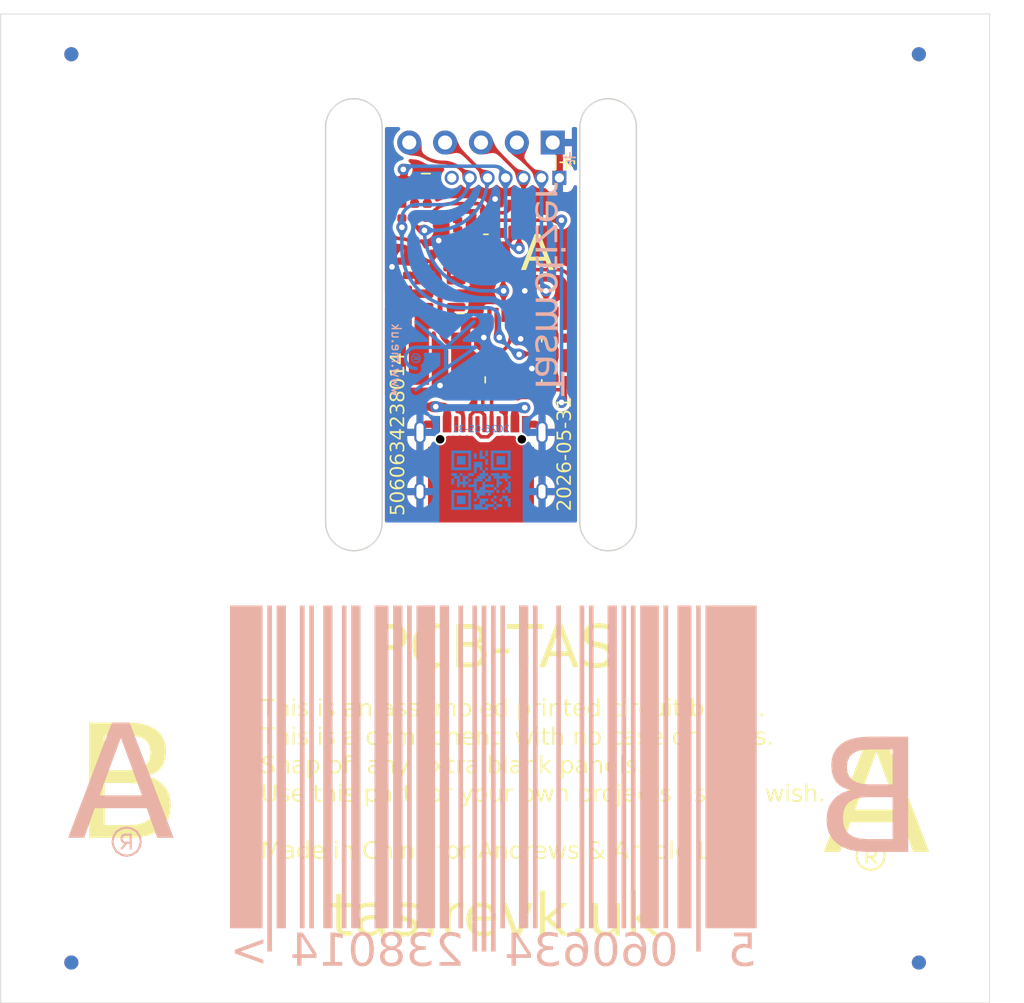
<source format=kicad_pcb>
(kicad_pcb (version 20221018) (generator pcbnew)
  (title_block (title "Tasmotizer") (rev "4") (company "Adrian Kennard, Andrews & Arnold Ltd") (comment 1 "toot.me.uk/@RevK") (comment 2 "www.me.uk"))
  (layers (0 "F.Cu" signal) (31 "B.Cu" signal) (34 "B.Paste" user) (35 "F.Paste" user) (36 "B.SilkS" user "B.Silkscreen") (37 "F.SilkS" user "F.Silkscreen") (38 "B.Mask" user) (39 "F.Mask" user) (44 "Edge.Cuts" user))
  (net 0 "")
  (net 1 "GND")
  (net 2 "VBUS")
  (net 3 "G")
  (net 4 "+3V3")
  (net 5 "GPIO0")
  (net 6 "R")
  (net 7 "RST")
  (net 8 "D-")
  (net 9 "D+")
  (net 10 "Net-(D5-RK)")
  (net 11 "Net-(D5-BK)")
  (net 13 "Net-(J3-CC1)")
  (net 15 "Net-(J3-CC2)")
  (net 17 "Net-(D5-GK)")
  (net 18 "Net-(Q1-G)")
  (net 19 "B")
  (footprint "RevK:R_0402" (layer "F.Cu") (at 135.6 57.5 -90)
    (fp_text reference "R2" hide)
    (fp_text value "5K1" hide)
    (pad "1" smd roundrect (at -0.5 0 270) (size 0.54 0.64) (layers "F.Cu" "F.Paste" "F.Mask") (net 1 "GND"))
    (pad "2" smd roundrect (at 0.5 0 270) (size 0.54 0.64) (layers "F.Cu" "F.Paste" "F.Mask") (net 15 "Net-(J3-CC2)"))
  )
  (footprint "RevK:PinHeader_1x05_P2.54mm_Right" (layer "F.Cu") (at 134 39.1 180)
    (fp_text reference "J1" hide)
    (fp_text value "Shelly 1" hide)
    (pad "1" thru_hole rect (at -5.08 0 90) (size 1.7 1.7) (drill 1) (layers "*.Cu" "*.Mask") (net 1 "GND"))
    (pad "2" thru_hole oval (at -2.54 0 90) (size 1.7 1.7) (drill 1) (layers "*.Cu" "*.Mask") (net 5 "GPIO0"))
    (pad "3" thru_hole oval (at 0 0 90) (size 1.7 1.7) (drill 1) (layers "*.Cu" "*.Mask") (net 19 "B"))
    (pad "4" thru_hole oval (at 2.54 0 90) (size 1.7 1.7) (drill 1) (layers "*.Cu" "*.Mask") (net 6 "R"))
    (pad "5" thru_hole circle (at 5.08 0 90) (size 1.7 1.7) (drill 1) (layers "*.Cu" "*.Mask") (net 3 "G"))
  )
  (footprint "RevK:USC16-TR" (layer "F.Cu") (at 134 61.5)
    (fp_text reference "J3" hide)
    (fp_text value "USB-C")
    (pad "" np_thru_hole circle (at -2.89 -1.39) (size 0.7 0.7) (drill 0.6) (layers "F.Mask"))
    (pad "" np_thru_hole circle (at 2.89 -1.39) (size 0.7 0.7) (drill 0.6) (layers "F.Mask"))
    (pad "A1" smd rect (at -3.2 -2.46) (size 0.6 1.14) (layers "F.Cu" "F.Paste" "F.Mask") (net 1 "GND"))
    (pad "A4" smd rect (at -2.4 -2.46) (size 0.6 1.14) (layers "F.Cu" "F.Paste" "F.Mask") (net 2 "VBUS"))
    (pad "A5" smd roundrect (at -1.25 -2.46) (size 0.3 1.14) (layers "F.Cu" "F.Paste" "F.Mask") (net 13 "Net-(J3-CC1)"))
    (pad "A6" smd roundrect (at -0.25 -2.46) (size 0.3 1.14) (layers "F.Cu" "F.Paste" "F.Mask") (net 9 "D+"))
    (pad "A7" smd roundrect (at 0.25 -2.46) (size 0.3 1.14) (layers "F.Cu" "F.Paste" "F.Mask") (net 8 "D-"))
    (pad "A8" smd roundrect (at 1.25 -2.46) (size 0.3 1.14) (layers "F.Cu" "F.Paste" "F.Mask"))
    (pad "A9" smd rect (at 2.4 -2.46) (size 0.6 1.14) (layers "F.Cu") (net 2 "VBUS"))
    (pad "A12" smd rect (at 3.2 -2.46) (size 0.6 1.14) (layers "F.Cu") (net 1 "GND"))
    (pad "B1" smd rect (at 3.2 -2.46) (size 0.6 1.14) (layers "F.Cu" "F.Paste" "F.Mask") (net 1 "GND"))
    (pad "B4" smd rect (at 2.4 -2.46) (size 0.6 1.14) (layers "F.Cu" "F.Paste" "F.Mask") (net 2 "VBUS"))
    (pad "B5" smd roundrect (at 1.75 -2.46) (size 0.3 1.14) (layers "F.Cu" "F.Paste" "F.Mask") (net 15 "Net-(J3-CC2)"))
    (pad "B6" smd roundrect (at 0.75 -2.46) (size 0.3 1.14) (layers "F.Cu" "F.Paste" "F.Mask") (net 9 "D+"))
    (pad "B7" smd roundrect (at -0.75 -2.46) (size 0.3 1.14) (layers "F.Cu" "F.Paste" "F.Mask") (net 8 "D-"))
    (pad "B8" smd roundrect (at -1.75 -2.46) (size 0.3 1.14) (layers "F.Cu" "F.Paste" "F.Mask"))
    (pad "B9" smd rect (at -2.4 -2.46) (size 0.6 1.14) (layers "F.Cu") (net 2 "VBUS"))
    (pad "B12" smd rect (at -3.2 -2.46) (size 0.6 1.14) (layers "F.Cu") (net 1 "GND"))
    (pad "S1" thru_hole oval (at -4.32 -1.88) (size 0.8 1.6) (drill oval 0.5 1.3) (layers "*.Cu" "F.Mask") (net 1 "GND"))
    (pad "S1" thru_hole oval (at -4.32 2.31) (size 0.8 1.3) (drill oval 0.5 1) (layers "*.Cu" "F.Mask") (net 1 "GND"))
    (pad "S1" smd rect (at 0 1.65) (size 7.5 5) (layers "F.Cu" "F.Mask") (net 1 "GND"))
    (pad "S1" thru_hole oval (at 4.32 -1.88) (size 0.8 1.6) (drill oval 0.5 1.3) (layers "*.Cu" "F.Mask") (net 1 "GND"))
    (pad "S1" thru_hole oval (at 4.32 2.31) (size 0.8 1.3) (drill oval 0.5 1) (layers "*.Cu" "F.Mask") (net 1 "GND"))
  )
  (footprint "RevK:R_0402" (layer "F.Cu") (at 132.5 57.5 90)
    (fp_text reference "R1" hide)
    (fp_text value "5K1" hide)
    (pad "1" smd roundrect (at -0.5 0 90) (size 0.54 0.64) (layers "F.Cu" "F.Paste" "F.Mask") (net 13 "Net-(J3-CC1)"))
    (pad "2" smd roundrect (at 0.5 0 90) (size 0.54 0.64) (layers "F.Cu" "F.Paste" "F.Mask") (net 1 "GND"))
  )
  (footprint "RevK:SOT-363_SC-70-6" (layer "F.Cu") (at 139.3 55 90)
    (fp_text reference "D1" hide)
    (fp_text value "BAV99S")
    (fp_line (start -0.9 -1) (end -1.2 -1) (stroke (width 0.12)) (layer "F.SilkS"))
    (pad "1" smd rect (at -0.95 -0.65 90) (size 0.65 0.4) (layers "F.Cu" "F.Paste" "F.Mask") (net 1 "GND"))
    (pad "2" smd rect (at -0.95 0 90) (size 0.65 0.4) (layers "F.Cu" "F.Paste" "F.Mask") (net 4 "+3V3"))
    (pad "3" smd rect (at -0.95 0.65 90) (size 0.65 0.4) (layers "F.Cu" "F.Paste" "F.Mask") (net 7 "RST"))
    (pad "4" smd rect (at 0.95 0.65 90) (size 0.65 0.4) (layers "F.Cu" "F.Paste" "F.Mask") (net 1 "GND"))
    (pad "5" smd rect (at 0.95 0 90) (size 0.65 0.4) (layers "F.Cu" "F.Paste" "F.Mask") (net 4 "+3V3"))
    (pad "6" smd rect (at 0.95 -0.65 90) (size 0.65 0.4) (layers "F.Cu" "F.Paste" "F.Mask") (net 3 "G"))
  )
  (footprint "RevK:SOT-363_SC-70-6" (layer "F.Cu") (at 139.3 52 90)
    (fp_text reference "D2" hide)
    (fp_text value "BAV99S")
    (fp_line (start -0.9 -1) (end -1.2 -1) (stroke (width 0.12)) (layer "F.SilkS"))
    (pad "1" smd rect (at -0.95 -0.65 90) (size 0.65 0.4) (layers "F.Cu" "F.Paste" "F.Mask") (net 1 "GND"))
    (pad "2" smd rect (at -0.95 0 90) (size 0.65 0.4) (layers "F.Cu" "F.Paste" "F.Mask") (net 4 "+3V3"))
    (pad "3" smd rect (at -0.95 0.65 90) (size 0.65 0.4) (layers "F.Cu" "F.Paste" "F.Mask") (net 6 "R"))
    (pad "4" smd rect (at 0.95 0.65 90) (size 0.65 0.4) (layers "F.Cu" "F.Paste" "F.Mask") (net 1 "GND"))
    (pad "5" smd rect (at 0.95 0 90) (size 0.65 0.4) (layers "F.Cu" "F.Paste" "F.Mask") (net 4 "+3V3"))
    (pad "6" smd rect (at 0.95 -0.65 90) (size 0.65 0.4) (layers "F.Cu" "F.Paste" "F.Mask") (net 5 "GPIO0"))
  )
  (footprint "RevK:SOT-323_SC-70" (layer "F.Cu") (at 136.1 44.5 -90)
    (fp_text reference "Q1" hide)
    (fp_text value "PMF170XP,115" hide)
    (pad "1" smd rect (at 1 0.65) (size 0.45 0.7) (layers "F.Cu" "F.Paste" "F.Mask") (net 18 "Net-(Q1-G)"))
    (pad "2" smd rect (at 1 -0.65) (size 0.45 0.7) (layers "F.Cu" "F.Paste" "F.Mask") (net 4 "+3V3"))
    (pad "3" smd rect (at -1 0) (size 0.45 0.7) (layers "F.Cu" "F.Paste" "F.Mask") (net 19 "B"))
  )
  (footprint "RevK:SOT-23-6-MD8942" (layer "F.Cu") (at 131.1 49.8)
    (fp_text reference "U1" hide)
    (fp_text value "MD8942")
    (fp_line (start 1.7 1.4) (end 1.2 1.4) (stroke (width 0.12)) (layer "F.SilkS"))
    (pad "1" smd rect (at 0.7625 1.5) (size 0.525 0.8) (layers "F.Cu"))
    (pad "1" smd roundrect (at 0.775 2) (size 0.8 0.95) (layers "F.Cu" "F.Paste" "F.Mask"))
    (pad "1" smd roundrect (at 1.1375 0.95) (size 1.325 0.6) (layers "F.Cu" "F.Paste" "F.Mask"))
    (pad "2" smd roundrect (at 1.1375 0) (size 1.325 0.6) (layers "F.Cu" "F.Paste" "F.Mask") (net 1 "GND"))
    (pad "2" smd rect (at 1.8 0) (size 0.8 0.6) (layers "F.Cu") (net 1 "GND"))
    (pad "2" smd roundrect (at 2.3 -0.3 270) (size 0.54 0.64) (layers "F.Cu" "F.Paste" "F.Mask") (net 1 "GND"))
    (pad "2" smd roundrect (at 2.5 0) (size 0.95 1.125) (layers "F.Cu") (net 1 "GND"))
    (pad "2" smd roundrect (at 2.5 0.525) (size 0.95 0.8) (layers "F.Cu" "F.Paste" "F.Mask") (net 1 "GND"))
    (pad "3" smd roundrect (at 0.5 -1.9) (size 0.54 0.64) (layers "F.Cu" "F.Paste" "F.Mask"))
    (pad "3" smd rect (at 0.625 -1.355) (size 0.29 0.89) (layers "F.Cu"))
    (pad "3" smd roundrect (at 1.1375 -0.95) (size 1.325 0.6) (layers "F.Cu" "F.Paste" "F.Mask"))
    (pad "3" smd custom (at 1.98 -1.3) (size 0.8 0.5) (layers "F.Cu") (options (clearance outline) (anchor rect)) (primitives (gr_arc (start -0.8 0.4) (mid -0.682843 0.117157) (end -0.4 0) (width 0.5))))
    (pad "3" smd roundrect (at 2.3 -1.3 270) (size 0.54 0.64) (layers "F.Cu" "F.Paste" "F.Mask"))
    (pad "4" smd roundrect (at -2.3 -1.3 90) (size 0.54 0.64) (layers "F.Cu" "F.Paste" "F.Mask"))
    (pad "4" smd custom (at -1.9 -1.3) (size 0.8 0.5) (layers "F.Cu") (options (clearance outline) (anchor rect)) (primitives (gr_arc (start 0.4 0) (mid 0.682843 0.117157) (end 0.8 0.4) (width 0.5))))
    (pad "4" smd roundrect (at -1.1375 -0.95) (size 1.325 0.6) (layers "F.Cu" "F.Paste" "F.Mask"))
    (pad "5" smd roundrect (at -2.5 0) (size 0.95 1.125) (layers "F.Cu") (net 2 "VBUS"))
    (pad "5" smd roundrect (at -2.5 0.525) (size 0.95 0.8) (layers "F.Cu" "F.Paste" "F.Mask") (net 2 "VBUS"))
    (pad "5" smd roundrect (at -2.3 -0.3 90) (size 0.54 0.64) (layers "F.Cu" "F.Paste" "F.Mask") (net 2 "VBUS"))
    (pad "5" smd rect (at -1.8 0) (size 0.8 0.6) (layers "F.Cu") (net 2 "VBUS"))
    (pad "5" smd roundrect (at -1.1375 0) (size 1.325 0.6) (layers "F.Cu" "F.Paste" "F.Mask") (net 2 "VBUS"))
    (pad "6" smd rect (at -1.5 4.6) (size 1.425 3.7) (layers "F.Cu" "F.Mask"))
    (pad "6" smd rect (at -1.3 1.975) (size 1 2) (layers "F.Cu"))
    (pad "6" smd roundrect (at -1.1375 0.95) (size 1.325 0.6) (layers "F.Cu" "F.Paste" "F.Mask"))
    (pad "6" smd roundrect (at -0.775 2) (size 0.8 0.95) (layers "F.Cu" "F.Paste" "F.Mask"))
    (pad "7" smd roundrect (at -2.5 2.075) (size 0.95 0.8) (layers "F.Cu" "F.Paste" "F.Mask") (net 1 "GND"))
    (pad "8" smd roundrect (at -0.5 -1.9) (size 0.54 0.64) (layers "F.Cu" "F.Paste" "F.Mask") (net 4 "+3V3"))
    (pad "8" smd custom (at 0 0.8) (size 0.35 3) (layers "F.Cu") (net 4 "+3V3") (options (clearance outline) (anchor rect)) (primitives (gr_arc (start -0.5 -2.71) (mid -0.129059 -2.154847) (end 0.001198 -1.5) (width 0.35)) (gr_arc (start 1.5 3) (mid 0.43934 2.56066) (end 0 1.5) (width 0.35))))
    (pad "8" smd rect (at 1.5 4.6) (size 1.425 3.7) (layers "F.Cu" "F.Mask") (net 4 "+3V3"))
    (pad "8" smd custom (at 1.8 3.6) (size 0.7 2) (layers "F.Cu") (net 4 "+3V3") (options (clearance outline) (anchor rect)) (primitives (gr_arc (start 0 -1) (mid 0.146447 -1.353553) (end 0.5 -1.5) (width 0.7))))
    (pad "8" smd roundrect (at 2.5 2.075) (size 0.95 0.8) (layers "F.Cu" "F.Paste" "F.Mask") (net 4 "+3V3"))
  )
  (footprint "RevK:R_0402" (layer "F.Cu") (at 129.3 43.95 -90)
    (fp_text reference "R11" hide)
    (fp_text value "680R" hide)
    (pad "1" smd roundrect (at -0.5 0 270) (size 0.54 0.64) (layers "F.Cu" "F.Paste" "F.Mask") (net 10 "Net-(D5-RK)"))
    (pad "2" smd roundrect (at 0.5 0 270) (size 0.54 0.64) (layers "F.Cu" "F.Paste" "F.Mask") (net 6 "R"))
  )
  (footprint "RevK:L_4x4_" (layer "F.Cu") (at 131.1 54.4)
    (fp_text reference "L2" hide)
    (fp_text value "10uH")
  )
  (footprint "RevK:C_0603_" (layer "F.Cu") (at 131.1 51.8)
    (fp_text reference "C7" hide)
    (fp_text value "100nF")
  )
  (footprint "RevK:R_0402" (layer "F.Cu") (at 137.6 51.6 -90)
    (fp_text reference "R8" hide)
    (fp_text value "4k7" hide)
    (pad "1" smd roundrect (at -0.5 0 270) (size 0.54 0.64) (layers "F.Cu" "F.Paste" "F.Mask") (net 5 "GPIO0"))
    (pad "2" smd roundrect (at 0.5 0 270) (size 0.54 0.64) (layers "F.Cu" "F.Paste" "F.Mask") (net 4 "+3V3"))
  )
  (footprint "RevK:CH340X" (layer "F.Cu") (at 135.6 53.5 90)
    (fp_text reference "U3" hide)
    (fp_text value "CH340X")
    (fp_line (start -2.6 -1.3) (end -2.2 -1.3) (stroke (width 0.12)) (layer "F.SilkS"))
    (pad "1" smd rect (at -2.2 -1 90) (size 1 0.3) (layers "F.Cu" "F.Paste" "F.Mask") (net 9 "D+"))
    (pad "2" smd rect (at -2.2 -0.5 90) (size 1 0.3) (layers "F.Cu" "F.Paste" "F.Mask") (net 8 "D-"))
    (pad "3" smd rect (at -2.2 0 90) (size 1 0.3) (layers "F.Cu" "F.Paste" "F.Mask") (net 1 "GND"))
    (pad "4" smd rect (at -2.2 0.5 90) (size 1 0.3) (layers "F.Cu" "F.Paste" "F.Mask") (net 7 "RST"))
    (pad "5" smd rect (at -2.2 1 90) (size 1 0.3) (layers "F.Cu" "F.Paste" "F.Mask") (net 1 "GND"))
    (pad "6" smd rect (at 2.2 1 90) (size 1 0.3) (layers "F.Cu" "F.Paste" "F.Mask") (net 5 "GPIO0"))
    (pad "7" smd rect (at 2.2 0.5 90) (size 1 0.3) (layers "F.Cu" "F.Paste" "F.Mask") (net 4 "+3V3"))
    (pad "8" smd rect (at 2.2 0 90) (size 1 0.3) (layers "F.Cu" "F.Paste" "F.Mask") (net 6 "R"))
    (pad "9" smd rect (at 2.2 -0.5 90) (size 1 0.3) (layers "F.Cu" "F.Paste" "F.Mask") (net 3 "G"))
    (pad "10" smd rect (at 2.2 -1 90) (size 1 0.3) (layers "F.Cu" "F.Paste" "F.Mask") (net 4 "+3V3"))
  )
  (footprint "Fiducial:Fiducial_1mm_Mask2mm" (layer "F.Cu") (at 165 32.85)
    (fp_text reference "FID2" hide)
    (fp_text value "Fiducial")
    (pad "" smd circle (at 0 0) (size 1 1) (layers "F.Cu" "F.Mask") (clearance 0.5))
  )
  (footprint "Fiducial:Fiducial_1mm_Mask2mm" (layer "F.Cu") (at 165 97.15)
    (fp_text reference "FID3" hide)
    (fp_text value "Fiducial")
    (pad "" smd circle (at 0 0) (size 1 1) (layers "F.Cu" "F.Mask") (clearance 0.5))
  )
  (footprint "Fiducial:Fiducial_1mm_Mask2mm" (layer "F.Cu") (at 105 97.15)
    (fp_text reference "FID4" hide)
    (fp_text value "Fiducial")
    (pad "" smd circle (at 0 0) (size 1 1) (layers "F.Cu" "F.Mask") (clearance 0.5))
  )
  (footprint "RevK:R_0402" (layer "F.Cu") (at 130.2 43.95 -90)
    (fp_text reference "R13" hide)
    (fp_text value "220R" hide)
    (pad "1" smd roundrect (at -0.5 0 270) (size 0.54 0.64) (layers "F.Cu" "F.Paste" "F.Mask") (net 11 "Net-(D5-BK)"))
    (pad "2" smd roundrect (at 0.5 0 270) (size 0.54 0.64) (layers "F.Cu" "F.Paste" "F.Mask") (net 19 "B"))
  )
  (footprint "RevK:C_0402" (layer "F.Cu") (at 129.3 47.5 180)
    (fp_text reference "C5" hide)
    (fp_text value "100nF" hide)
    (pad "1" smd roundrect (at -0.5 0 180) (size 0.54 0.64) (layers "F.Cu" "F.Paste" "F.Mask") (net 4 "+3V3"))
    (pad "2" smd roundrect (at 0.5 0 180) (size 0.54 0.64) (layers "F.Cu" "F.Paste" "F.Mask") (net 1 "GND"))
  )
  (footprint "RevK:LED-RGB-1.6x1.6" (layer "F.Cu") (at 129.3 42.2 180)
    (fp_text reference "D5" hide)
    (fp_text value "RGB")
    (fp_line (start -1.1 0.9) (end -0.5 0.9) (stroke (width 0.12)) (layer "F.SilkS"))
    (pad "1" smd rect (at -0.8 0.45 180) (size 0.8 0.55) (layers "F.Cu" "F.Paste" "F.Mask") (net 10 "Net-(D5-RK)"))
    (pad "2" smd rect (at -0.8 -0.45 180) (size 0.8 0.55) (layers "F.Cu" "F.Paste" "F.Mask") (net 11 "Net-(D5-BK)"))
    (pad "3" smd rect (at 0.8 -0.45 180) (size 0.8 0.55) (layers "F.Cu" "F.Paste" "F.Mask") (net 17 "Net-(D5-GK)"))
    (pad "4" smd rect (at 0.8 0.45 180) (size 0.8 0.55) (layers "F.Cu" "F.Paste" "F.Mask") (net 4 "+3V3"))
  )
  (footprint "Fiducial:Fiducial_1mm_Mask2mm" (layer "F.Cu") (at 105 32.85)
    (fp_text reference "FID1" hide)
    (fp_text value "Fiducial")
    (pad "" smd circle (at 0 0) (size 1 1) (layers "F.Cu" "F.Mask") (clearance 0.5))
  )
  (footprint "RevK:R_0402_" (layer "F.Cu") (at 133.4 49 -90)
    (fp_text reference "R4" hide)
    (fp_text value "40k2" hide)
  )
  (footprint "RevK:R_0402" (layer "F.Cu") (at 131.1 47)
    (fp_text reference "R9" hide)
    (fp_text value "10k" hide)
    (pad "1" smd roundrect (at -0.5 0) (size 0.54 0.64) (layers "F.Cu" "F.Paste" "F.Mask") (net 4 "+3V3"))
    (pad "2" smd roundrect (at 0.5 0) (size 0.54 0.64) (layers "F.Cu" "F.Paste" "F.Mask") (net 18 "Net-(Q1-G)"))
  )
  (footprint "RevK:C_0603_" (layer "F.Cu") (at 128.6 51.1 90)
    (fp_text reference "C1" hide)
    (fp_text value "10uF 50V")
  )
  (footprint "RevK:SOT-363_SC-70-6" (layer "F.Cu") (at 133.3 44.6 180)
    (fp_text reference "Q2" hide)
    (fp_text value "2N7002BKS")
    (fp_line (start -0.9 -1) (end -1.2 -1) (stroke (width 0.12)) (layer "F.SilkS"))
    (pad "1" smd rect (at -0.95 -0.65 180) (size 0.65 0.4) (layers "F.Cu" "F.Paste" "F.Mask") (net 1 "GND"))
    (pad "2" smd rect (at -0.95 0 180) (size 0.65 0.4) (layers "F.Cu" "F.Paste" "F.Mask") (net 7 "RST"))
    (pad "3" smd rect (at -0.95 0.65 180) (size 0.65 0.4) (layers "F.Cu" "F.Paste" "F.Mask") (net 19 "B"))
    (pad "4" smd rect (at 0.95 0.65 180) (size 0.65 0.4) (layers "F.Cu" "F.Paste" "F.Mask") (net 1 "GND"))
    (pad "5" smd rect (at 0.95 0 180) (size 0.65 0.4) (layers "F.Cu" "F.Paste" "F.Mask") (net 18 "Net-(Q1-G)"))
    (pad "6" smd rect (at 0.95 -0.65 180) (size 0.65 0.4) (layers "F.Cu" "F.Paste" "F.Mask") (net 18 "Net-(Q1-G)"))
  )
  (footprint "RevK:R_0402" (layer "F.Cu") (at 128.4 43.95 -90)
    (fp_text reference "R12" hide)
    (fp_text value "2K" hide)
    (pad "1" smd roundrect (at -0.5 0 270) (size 0.54 0.64) (layers "F.Cu" "F.Paste" "F.Mask") (net 17 "Net-(D5-GK)"))
    (pad "2" smd roundrect (at 0.5 0 270) (size 0.54 0.64) (layers "F.Cu" "F.Paste" "F.Mask") (net 3 "G"))
  )
  (footprint "RevK:C_0603_" (layer "F.Cu") (at 133.6 51.1 90)
    (fp_text reference "C6" hide)
    (fp_text value "10uF 6.3V")
  )
  (footprint "RevK:R_0402_" (layer "F.Cu") (at 128.8 49 90)
    (fp_text reference "R10" hide)
    (fp_text value "1M" hide)
  )
  (footprint "RevK:R_0402_" (layer "F.Cu") (at 131.1 47.9)
    (fp_text reference "R3" hide)
    (fp_text value "124k" hide)
  )
  (footprint "RevK:PinHeader_1x07_P1.27mm_Vertical" (layer "B.Cu") (at 135.74 41.6 90)
    (fp_text reference "J2" hide)
    (fp_text value "Conn_01x07")
    (pad "1" thru_hole rect (at 0 3.81 90) (size 1 1) (drill 0.65) (layers "*.Cu" "*.Mask") (net 1 "GND"))
    (pad "2" thru_hole oval (at 0 2.54 90) (size 1 1) (drill 0.65) (layers "*.Cu" "*.Mask") (net 5 "GPIO0"))
    (pad "3" thru_hole oval (at 0 1.27 90) (size 1 1) (drill 0.65) (layers "*.Cu" "*.Mask") (net 19 "B"))
    (pad "4" thru_hole oval (at 0 0 90) (size 1 1) (drill 0.65) (layers "*.Cu" "*.Mask") (net 4 "+3V3"))
    (pad "5" thru_hole oval (at 0 -1.27 90) (size 1 1) (drill 0.65) (layers "*.Cu" "*.Mask") (net 6 "R"))
    (pad "6" thru_hole oval (at 0 -2.54 90) (size 1 1) (drill 0.65) (layers "*.Cu" "*.Mask") (net 3 "G"))
    (pad "7" thru_hole oval (at 0 -3.81 90) (size 1 1) (drill 0.65) (layers "*.Cu" "*.Mask"))
  )
  (footprint "RevK:QR-TAS" (layer "B.Cu") (at 134 63)
    (fp_text reference "Art2" hide)
    (fp_text value "QR" hide)
    (fp_text user "${CURRENT_DATE}" (at 0 -3.6) (layer "B.Cu") (effects (font (size 0.5 0.5) (thickness 0.1)) (justify mirror)))
    (pad "-" smd rect (at -2 -1.3) (size 0.2 1.2) (layers "B.Cu") (clearance 0.2))
    (pad "-" smd rect (at -2 0.1) (size 0.2 0.4) (layers "B.Cu") (clearance 0.2))
    (pad "-" smd rect (at -2 1.5) (size 0.2 1.2) (layers "B.Cu") (clearance 0.2))
    (pad "-" smd rect (at -1.9 -0.4) (size 0.4 0.2) (layers "B.Cu") (clearance 0.2))
    (pad "-" smd rect (at -1.7 -0.2) (size 0.4 0.2) (layers "B.Cu") (clearance 0.2))
    (pad "-" smd rect (at -1.6 0.2) (size 0.2 0.6) (layers "B.Cu") (clearance 0.2))
    (pad "-" smd rect (at -1.4 -2) (size 1.4 0.2) (layers "B.Cu") (clearance 0.2))
    (pad "-" smd rect (at -1.4 -1.4) (size 0.6 0.6) (layers "B.Cu") (clearance 0.2))
    (pad "-" smd rect (at -1.4 -0.8) (size 1 0.2) (layers "B.Cu") (clearance 0.2))
    (pad "-" smd rect (at -1.4 -0.4) (size 0.2 0.2) (layers "B.Cu") (clearance 0.2))
    (pad "-" smd rect (at -1.4 0.2) (size 0.2 0.2) (layers "B.Cu") (clearance 0.2))
    (pad "-" smd rect (at -1.4 0.8) (size 1.4 0.2) (layers "B.Cu") (clearance 0.2))
    (pad "-" smd rect (at -1.4 1.4) (size 0.6 0.6) (layers "B.Cu") (clearance 0.2))
    (pad "-" smd rect (at -1.4 2) (size 1 0.2) (layers "B.Cu") (clearance 0.2))
    (pad "-" smd rect (at -1.2 0.2) (size 0.2 0.6) (layers "B.Cu") (clearance 0.2))
    (pad "-" smd rect (at -1.1 -0.2) (size 0.4 0.2) (layers "B.Cu") (clearance 0.2))
    (pad "-" smd rect (at -1 0.2) (size 0.2 0.2) (layers "B.Cu") (clearance 0.2))
    (pad "-" smd rect (at -0.8 -1.3) (size 0.2 1.2) (layers "B.Cu") (clearance 0.2))
    (pad "-" smd rect (at -0.8 0) (size 0.2 0.2) (layers "B.Cu") (clearance 0.2))
    (pad "-" smd rect (at -0.8 1.5) (size 0.2 1.2) (layers "B.Cu") (clearance 0.2))
    (pad "-" smd rect (at -0.7 -0.4) (size 0.4 0.2) (layers "B.Cu") (clearance 0.2))
    (pad "-" smd rect (at -0.7 0.4) (size 0.4 0.2) (layers "B.Cu") (clearance 0.2))
    (pad "-" smd rect (at -0.4 -1.7) (size 0.2 0.4) (layers "B.Cu") (clearance 0.2))
    (pad "-" smd rect (at -0.4 -0.7) (size 0.2 0.4) (layers "B.Cu") (clearance 0.2))
    (pad "-" smd rect (at -0.4 0.4) (size 0.2 1) (layers "B.Cu") (clearance 0.2))
    (pad "-" smd rect (at -0.4 1.4) (size 0.2 0.2) (layers "B.Cu") (clearance 0.2))
    (pad "-" smd rect (at -0.2 -1.1) (size 0.6 0.4) (layers "B.Cu") (clearance 0.2))
    (pad "-" smd rect (at -0.2 -0.1) (size 0.2 0.4) (layers "B.Cu") (clearance 0.2))
    (pad "-" smd rect (at -0.2 1) (size 0.2 0.6) (layers "B.Cu") (clearance 0.2))
    (pad "-" smd rect (at -0.2 1.9) (size 0.6 0.4) (layers "B.Cu") (clearance 0.2))
    (pad "-" smd rect (at 0 -1.8) (size 0.2 0.6) (layers "B.Cu") (clearance 0.2))
    (pad "-" smd rect (at 0 -0.8) (size 0.2 0.2) (layers "B.Cu") (clearance 0.2))
    (pad "-" smd rect (at 0 -0.2) (size 0.2 0.6) (layers "B.Cu") (clearance 0.2))
    (pad "-" smd rect (at 0 0.8) (size 0.2 0.6) (layers "B.Cu") (clearance 0.2))
    (pad "-" smd rect (at 0.1 1.6) (size 0.4 0.2) (layers "B.Cu") (clearance 0.2))
    (pad "-" smd rect (at 0.2 -1.6) (size 0.2 0.2) (layers "B.Cu") (clearance 0.2))
    (pad "-" smd rect (at 0.2 -0.4) (size 0.2 0.6) (layers "B.Cu") (clearance 0.2))
    (pad "-" smd rect (at 0.2 0.6) (size 0.2 1) (layers "B.Cu") (clearance 0.2))
    (pad "-" smd rect (at 0.2 1.4) (size 0.6 0.2) (layers "B.Cu") (clearance 0.2))
    (pad "-" smd rect (at 0.3 2) (size 0.4 0.2) (layers "B.Cu") (clearance 0.2))
    (pad "-" smd rect (at 0.4 -1.9) (size 0.2 0.4) (layers "B.Cu") (clearance 0.2))
    (pad "-" smd rect (at 0.4 -1.3) (size 0.2 0.4) (layers "B.Cu") (clearance 0.2))
    (pad "-" smd rect (at 0.4 -0.8) (size 0.2 0.2) (layers "B.Cu") (clearance 0.2))
    (pad "-" smd rect (at 0.4 -0.4) (size 0.2 0.2) (layers "B.Cu") (clearance 0.2))
    (pad "-" smd rect (at 0.4 0) (size 0.2 0.2) (layers "B.Cu") (clearance 0.2))
    (pad "-" smd rect (at 0.6 -0.1) (size 0.2 0.4) (layers "B.Cu") (clearance 0.2))
    (pad "-" smd rect (at 0.6 0.4) (size 0.6 0.2) (layers "B.Cu") (clearance 0.2))
    (pad "-" smd rect (at 0.6 0.8) (size 0.6 0.2) (layers "B.Cu") (clearance 0.2))
    (pad "-" smd rect (at 0.6 1) (size 0.2 0.2) (layers "B.Cu") (clearance 0.2))
    (pad "-" smd rect (at 0.6 1.8) (size 0.6 0.2) (layers "B.Cu") (clearance 0.2))
    (pad "-" smd rect (at 0.8 -1.3) (size 0.2 1.2) (layers "B.Cu") (clearance 0.2))
    (pad "-" smd rect (at 0.8 1.4) (size 0.2 0.2) (layers "B.Cu") (clearance 0.2))
    (pad "-" smd rect (at 1 -0.4) (size 0.6 0.2) (layers "B.Cu") (clearance 0.2))
    (pad "-" smd rect (at 1 0.6) (size 0.2 0.2) (layers "B.Cu") (clearance 0.2))
    (pad "-" smd rect (at 1 1.2) (size 0.2 0.2) (layers "B.Cu") (clearance 0.2))
    (pad "-" smd rect (at 1 1.6) (size 0.2 0.2) (layers "B.Cu") (clearance 0.2))
    (pad "-" smd rect (at 1 2) (size 0.2 0.2) (layers "B.Cu") (clearance 0.2))
    (pad "-" smd rect (at 1.2 -0.2) (size 0.6 0.2) (layers "B.Cu") (clearance 0.2))
    (pad "-" smd rect (at 1.2 0.2) (size 0.2 0.6) (layers "B.Cu") (clearance 0.2))
    (pad "-" smd rect (at 1.2 0.8) (size 0.2 0.2) (layers "B.Cu") (clearance 0.2))
    (pad "-" smd rect (at 1.3 1.8) (size 0.4 0.2) (layers "B.Cu") (clearance 0.2))
    (pad "-" smd rect (at 1.4 -2) (size 1.4 0.2) (layers "B.Cu") (clearance 0.2))
    (pad "-" smd rect (at 1.4 -1.4) (size 0.6 0.6) (layers "B.Cu") (clearance 0.2))
    (pad "-" smd rect (at 1.4 -0.8) (size 1 0.2) (layers "B.Cu") (clearance 0.2))
    (pad "-" smd rect (at 1.4 0.2) (size 0.2 0.2) (layers "B.Cu") (clearance 0.2))
    (pad "-" smd rect (at 1.4 1.4) (size 0.2 0.2) (layers "B.Cu") (clearance 0.2))
    (pad "-" smd rect (at 1.6 0.8) (size 0.2 0.2) (layers "B.Cu") (clearance 0.2))
    (pad "-" smd rect (at 1.7 -0.3) (size 0.4 0.4) (layers "B.Cu") (clearance 0.2))
    (pad "-" smd rect (at 1.7 1.2) (size 0.4 0.2) (layers "B.Cu") (clearance 0.2))
    (pad "-" smd rect (at 1.8 0) (size 0.2 0.2) (layers "B.Cu") (clearance 0.2))
    (pad "-" smd rect (at 1.8 0.6) (size 0.2 0.2) (layers "B.Cu") (clearance 0.2))
    (pad "-" smd rect (at 1.9 1.4) (size 0.4 0.2) (layers "B.Cu") (clearance 0.2))
    (pad "-" smd rect (at 2 -1.3) (size 0.2 1.2) (layers "B.Cu") (clearance 0.2))
    (pad "-" smd rect (at 2 -0.2) (size 0.2 0.2) (layers "B.Cu") (clearance 0.2))
    (pad "-" smd rect (at 2 0.5) (size 0.2 0.8) (layers "B.Cu") (clearance 0.2))
    (pad "-" smd rect (at 2 1.7) (size 0.2 0.4) (layers "B.Cu") (clearance 0.2))
    (zone (net 0) (net_name "") (layer "B.Cu") (connect_pads (clearance 0)) (min_thickness 0.254)
      (keepout (tracks not_allowed) (vias not_allowed) (pads allowed) (copperpour not_allowed) (footprints not_allowed))
      (fill (thermal_gap 0.508) (thermal_bridge_width 0.508))
      (polygon (pts (xy 136.95 58.65) (xy 131.05 58.65) (xy 131.05 65.95) (xy 136.95 65.95)))
    )
  )
  (footprint "Fiducial:Fiducial_1mm_Mask2mm" (layer "B.Cu") (at 105 97.15 180)
    (fp_text reference "FID5" hide)
    (fp_text value "Fiducial")
    (pad "" smd circle (at 0 0 180) (size 1 1) (layers "B.Cu" "B.Mask") (clearance 0.5))
  )
  (footprint "RevK:AJK" (layer "B.Cu") (at 131.5 53.6 90)
    (fp_text reference "Art1" hide)
    (fp_text value "AJK" hide)
    (fp_text user "www.me.uk" (at -0.9 -3.5 270 unlocked) (layer "B.SilkS") (effects (font (size 0.65 0.65) (thickness 0.1)) (justify mirror)))
    (fp_line (start -0.85 -2.11) (end -0.75 -2.11) (stroke (width 0.08)) (layer "B.Cu"))
    (fp_line (start -0.85 -1.95) (end -0.85 -2.25) (stroke (width 0.08)) (layer "B.Cu"))
    (fp_line (start -0.85 -1.95) (end -0.75 -1.95) (stroke (width 0.08)) (layer "B.Cu"))
    (fp_line (start -0.75 -2.11) (end -0.65 -2.25) (stroke (width 0.08)) (layer "B.Cu"))
    (fp_line (start 0 0) (end -1.5 0) (stroke (width 0.25)) (layer "B.Cu"))
    (fp_line (start 0 0) (end 1.8 -2.1) (stroke (width 0.25)) (layer "B.Cu"))
    (fp_line (start 0 2.1) (end -3 -2.1) (stroke (width 0.25)) (layer "B.Cu"))
    (fp_line (start 0 2.1) (end 0 -2.1) (stroke (width 0.25)) (layer "B.Cu"))
    (fp_line (start 1.8 2) (end 0 0) (stroke (width 0.25)) (layer "B.Cu"))
    (fp_arc (start -1.5 -2.1) (mid -0.75 -2.85) (end 0 -2.1) (stroke (width 0.25)) (layer "B.Cu"))
    (fp_arc (start -0.75 -2.11) (mid -0.67 -2.03) (end -0.75 -1.95) (stroke (width 0.08)) (layer "B.Cu"))
    (fp_circle (center -0.77 -2.11) (end -0.47 -2.11) (stroke (width 0.08)) (fill none) (layer "B.Cu"))
  )
  (footprint "Fiducial:Fiducial_1mm_Mask2mm" (layer "B.Cu") (at 105 32.85 180)
    (fp_text reference "FID7" hide)
    (fp_text value "Fiducial")
    (pad "" smd circle (at 0 0 180) (size 1 1) (layers "B.Cu" "B.Mask") (clearance 0.5))
  )
  (footprint "RevK:EAN-5060634238014" (layer "B.Cu") (at 153.52 71.875 180)
    (fp_text reference "U2" hide)
    (fp_text value "Barcode" hide)
    (fp_text user "060634" (at 11.71 -25.9 -360) (layer "B.SilkS") (effects (font (size 2.31 2.31) (thickness 0.1)) (justify bottom mirror)))
    (fp_text user "5" (at 0 -25.9 -360) (layer "B.SilkS") (effects (font (size 2.31 2.31) (thickness 0.1)) (justify left bottom mirror)))
    (fp_text user ">" (at 37.29 -25.9 -360) (layer "B.SilkS") (effects (font (size 2.31 2.31) (thickness 0.1)) (justify right bottom mirror)))
    (fp_text user "238014" (at 26.89 -25.9 -360) (layer "B.SilkS") (effects (font (size 2.31 2.31) (thickness 0.1)) (justify bottom mirror)))
    (fp_rect (start 0 0) (end 3.63 -22.85) (fill solid) (layer "B.SilkS"))
    (fp_rect (start 3.96 0) (end 4.29 -24.5) (fill solid) (layer "B.SilkS"))
    (fp_rect (start 4.62 0) (end 5.61 -22.85) (fill solid) (layer "B.SilkS"))
    (fp_rect (start 6.27 0) (end 6.6 -22.85) (fill solid) (layer "B.SilkS"))
    (fp_rect (start 6.93 0) (end 8.25 -22.85) (fill solid) (layer "B.SilkS"))
    (fp_rect (start 8.58 0) (end 8.91 -22.85) (fill solid) (layer "B.SilkS"))
    (fp_rect (start 9.24 0) (end 9.57 -22.85) (fill solid) (layer "B.SilkS"))
    (fp_rect (start 9.9 0) (end 10.56 -22.85) (fill solid) (layer "B.SilkS"))
    (fp_rect (start 11.55 0) (end 11.88 -22.85) (fill solid) (layer "B.SilkS"))
    (fp_rect (start 12.21 0) (end 12.54 -22.85) (fill solid) (layer "B.SilkS"))
    (fp_rect (start 13.86 0) (end 14.19 -22.85) (fill solid) (layer "B.SilkS"))
    (fp_rect (start 15.51 0) (end 15.84 -22.85) (fill solid) (layer "B.SilkS"))
    (fp_rect (start 16.17 0) (end 16.83 -22.85) (fill solid) (layer "B.SilkS"))
    (fp_rect (start 17.82 0) (end 18.15 -22.85) (fill solid) (layer "B.SilkS"))
    (fp_rect (start 18.48 0) (end 18.81 -24.5) (fill solid) (layer "B.SilkS"))
    (fp_rect (start 19.14 0) (end 19.47 -24.5) (fill solid) (layer "B.SilkS"))
    (fp_rect (start 19.8 0) (end 20.13 -24.5) (fill solid) (layer "B.SilkS"))
    (fp_rect (start 20.79 0) (end 21.12 -22.85) (fill solid) (layer "B.SilkS"))
    (fp_rect (start 21.78 0) (end 22.44 -22.85) (fill solid) (layer "B.SilkS"))
    (fp_rect (start 22.77 0) (end 24.09 -22.85) (fill solid) (layer "B.SilkS"))
    (fp_rect (start 24.42 0) (end 24.75 -22.85) (fill solid) (layer "B.SilkS"))
    (fp_rect (start 25.08 0) (end 25.74 -22.85) (fill solid) (layer "B.SilkS"))
    (fp_rect (start 26.07 0) (end 27.06 -22.85) (fill solid) (layer "B.SilkS"))
    (fp_rect (start 28.05 0) (end 28.71 -22.85) (fill solid) (layer "B.SilkS"))
    (fp_rect (start 29.04 0) (end 29.37 -22.85) (fill solid) (layer "B.SilkS"))
    (fp_rect (start 30.03 0) (end 30.69 -22.85) (fill solid) (layer "B.SilkS"))
    (fp_rect (start 31.35 0) (end 31.68 -22.85) (fill solid) (layer "B.SilkS"))
    (fp_rect (start 32.01 0) (end 32.34 -22.85) (fill solid) (layer "B.SilkS"))
    (fp_rect (start 33.33 0) (end 33.99 -22.85) (fill solid) (layer "B.SilkS"))
    (fp_rect (start 34.32 0) (end 34.65 -24.5) (fill solid) (layer "B.SilkS"))
    (fp_rect (start 34.98 0) (end 37.29 -22.85) (fill solid) (layer "B.SilkS"))
  )
  (footprint "Fiducial:Fiducial_1mm_Mask2mm" (layer "B.Cu") (at 165 32.85 180)
    (fp_text reference "FID8" hide)
    (fp_text value "Fiducial")
    (pad "" smd circle (at 0 0 180) (size 1 1) (layers "B.Cu" "B.Mask") (clearance 0.5))
  )
  (footprint "Fiducial:Fiducial_1mm_Mask2mm" (layer "B.Cu") (at 165 97.15 180)
    (fp_text reference "FID6" hide)
    (fp_text value "Fiducial")
    (pad "" smd circle (at 0 0 180) (size 1 1) (layers "B.Cu" "B.Mask") (clearance 0.5))
  )
  (gr_line (start 139.3 40.05) (end 139.3 41) (stroke (width 0.12)) (layer "F.SilkS"))
  (gr_line (start 145 66) (end 145 38) (stroke (width 0.1)) (layer "Edge.Cuts"))
  (gr_line (start 123 66) (end 123 38) (stroke (width 0.1)) (layer "Edge.Cuts"))
  (gr_line (start 170 100) (end 170 30) (stroke (width 0.05)) (layer "Edge.Cuts"))
  (gr_line (start 100 30) (end 100 100) (stroke (width 0.05)) (layer "Edge.Cuts"))
  (gr_arc (start 123 38) (mid 125 36) (end 127 38) (stroke (width 0.1)) (layer "Edge.Cuts"))
  (gr_arc (start 145 66) (mid 143 68) (end 141 66) (stroke (width 0.1)) (layer "Edge.Cuts"))
  (gr_line (start 170 30) (end 100 30) (stroke (width 0.05)) (layer "Edge.Cuts"))
  (gr_line (start 127 66) (end 127 38) (stroke (width 0.1)) (layer "Edge.Cuts"))
  (gr_arc (start 127 66) (mid 125 68) (end 123 66) (stroke (width 0.1)) (layer "Edge.Cuts"))
  (gr_line (start 100 100) (end 170 100) (stroke (width 0.05)) (layer "Edge.Cuts"))
  (gr_line (start 141 66) (end 141 38) (stroke (width 0.1)) (layer "Edge.Cuts"))
  (gr_arc (start 141 38) (mid 143 36) (end 145 38) (stroke (width 0.1)) (layer "Edge.Cuts"))
  (gr_text "B" (at 161.5 86) (layer "B.SilkS") (effects (font (size 8 8)) (justify mirror)))
  (gr_text "A" (at 108.5 85) (layer "B.SilkS") (effects (font (size 8 8)) (justify mirror)))
  (gr_text "⏚" (at 140.3 40.25) (layer "B.SilkS") (effects (font (size 0.8 0.8) (thickness 0.12)) (justify mirror)))
  (gr_text "®" (at 110.3 89.5) (layer "B.SilkS") (effects (font (size 1.5 1.5)) (justify left bottom mirror)))
  (gr_text "Tasmotizer" (at 138.7 49.5 -90) (layer "B.SilkS") (effects (font (size 2 2)) (justify mirror)))
  (gr_text "⏚" (at 140.15 40.5 90) (layer "F.SilkS") (effects (font (size 1 1) (thickness 0.12))))
  (gr_text "A" (at 162 86) (layer "F.SilkS") (effects (font (size 8 8))))
  (gr_text "PCB-TAS" (at 135 75) (layer "F.SilkS") (effects (font (size 3 3))))
  (gr_text "tas.revk.uk" (at 135 94) (layer "F.SilkS") (effects (font (size 3 3))))
  (gr_text "B" (at 109 85) (layer "F.SilkS") (effects (font (size 8 8))))
  (gr_text "${CURRENT_DATE}" (at 139.95 61.15 90) (layer "F.SilkS") (effects (font (size 1 1))))
  (gr_text "®" (at 160.2 90.5) (layer "F.SilkS") (effects (font (size 1.5 1.5)) (justify left bottom)))
  (gr_text "This is an assembled printed circuit board.\nThis is a component, with no case or leads.\nSnap off any extra blank panels.\nUse this part for your own projects as you wish.\n\nMade in China for Andrews & Arnold Ltd." (at 118.414584 90) (layer "F.SilkS") (effects (font (size 1.2 1.2)) (justify left bottom)))
  (gr_text "5060634238014" (at 128.15 59.75 90) (layer "F.SilkS") (effects (font (size 1 1))))
  (gr_text "A" (at 136.8 48.55) (layer "F.SilkS") (effects (font (size 2.5 2.5)) (justify left bottom)))
  (segment (start 132.35 43.95) (end 132.326623 43.973377) (width 0.25) (layer "F.Cu") (net 1))
  (segment (start 137.2 59.04) (end 137.74 59.04) (width 0.5) (layer "F.Cu") (net 1))
  (segment (start 135.6 57) (end 135.745498 57.145498) (width 0.25) (layer "F.Cu") (net 1))
  (segment (start 131.643781 44.25622) (end 131.4 44.5) (width 0.25) (layer "F.Cu") (net 1))
  (segment (start 130.8 59.04) (end 130.26 59.04) (width 0.5) (layer "F.Cu") (net 1))
  (segment (start 135.745498 57.145498) (end 137.745498 57.145498) (width 0.25) (layer "F.Cu") (net 1))
  (segment (start 131.001907 45.358354) (end 131.001907 46.032442) (width 0.25) (layer "F.Cu") (net 1))
  (segment (start 139.55 41.6) (end 139.55 40.23468) (width 0.5) (layer "F.Cu") (net 1))
  (segment (start 131.001907 46.032442) (end 131.00846 46.038995) (width 0.25) (layer "F.Cu") (net 1))
  (segment (start 138.2 57.6) (end 138.2 59.5) (width 0.25) (layer "F.Cu") (net 1))
  (segment (start 135.6 57) (end 135.6 55.7) (width 0.25) (layer "F.Cu") (net 1))
  (via (at 137.1 49.6) (size 0.8) (drill 0.4) (layers "F.Cu" "B.Cu") (net 1))
  (via (at 127.7 47.9) (size 0.8) (drill 0.4) (layers "F.Cu" "B.Cu") (net 1))
  (via (at 134.2 52.9) (size 0.8) (drill 0.4) (layers "F.Cu" "B.Cu") (net 1))
  (via (at 131.00846 46.038995) (size 0.8) (drill 0.4) (layers "F.Cu" "B.Cu") (net 1))
  (via (at 137.6 55.1) (size 0.8) (drill 0.4) (layers "F.Cu" "B.Cu") (net 1))
  (via (at 136.806627 53.001394) (size 0.8) (drill 0.4) (layers "F.Cu" "B.Cu") (net 1))
  (via (at 131.1 56.3) (size 0.8) (drill 0.4) (layers "F.Cu" "B.Cu") (net 1))
  (via (at 135 43.1) (size 0.8) (drill 0.4) (layers "F.Cu" "B.Cu") (net 1))
  (arc (start 137.745498 57.145498) (mid 138.066879 57.278619) (end 138.2 57.6) (width 0.25) (layer "F.Cu") (net 1))
  (arc (start 139.55 40.23468) (mid 139.427852 39.620596) (end 139.08 39.1) (width 0.5) (layer "F.Cu") (net 1))
  (arc (start 130.26 59.04) (mid 129.849878 59.209878) (end 129.68 59.62) (width 0.5) (layer "F.Cu") (net 1))
  (arc (start 137.74 59.04) (mid 138.150122 59.209878) (end 138.32 59.62) (width 0.5) (layer "F.Cu") (net 1))
  (arc (start 138.2 59.5) (mid 138.235147 59.584853) (end 138.32 59.62) (width 0.25) (layer "F.Cu") (net 1))
  (arc (start 131.4 44.5) (mid 131.125446 44.893928) (end 131.001907 45.358354) (width 0.25) (layer "F.Cu") (net 1))
  (arc (start 132.326623 43.973377) (mid 131.957071 44.046885) (end 131.643781 44.25622) (width 0.25) (layer "F.Cu") (net 1))
  (segment (start 128.55 49.8) (end 128.6 49.8) (width 0.5) (layer "F.Cu") (net 2))
  (segment (start 130.8 57.8) (end 128.35 57.8) (width 0.5) (layer "F.Cu") (net 2))
  (segment (start 131.6 59.04) (end 131.6 58.07) (width 0.5) (layer "F.Cu") (net 2))
  (segment (start 137.1 57.870498) (end 136.599502 57.870498) (width 0.5) (layer "F.Cu") (net 2))
  (segment (start 127.45 50.9) (end 127.45 56.9) (width 0.5) (layer "F.Cu") (net 2))
  (segment (start 136.4 59.04) (end 136.4 58.07) (width 0.5) (layer "F.Cu") (net 2))
  (segment (start 131.33 57.8) (end 130.8 57.8) (width 0.5) (layer "F.Cu") (net 2))
  (via (at 130.8 57.8) (size 0.8) (drill 0.4) (layers "F.Cu" "B.Cu") (net 2))
  (via (at 137.1 57.870498) (size 0.8) (drill 0.4) (layers "F.Cu" "B.Cu") (net 2))
  (arc (start 127.45 50.9) (mid 127.772183 50.122183) (end 128.55 49.8) (width 0.5) (layer "F.Cu") (net 2))
  (arc (start 128.35 57.8) (mid 127.713604 57.536396) (end 127.45 56.9) (width 0.5) (layer "F.Cu") (net 2))
  (arc (start 136.599502 57.870498) (mid 136.458433 57.928931) (end 136.4 58.07) (width 0.5) (layer "F.Cu") (net 2))
  (arc (start 131.6 58.07) (mid 131.520919 57.879081) (end 131.33 57.8) (width 0.5) (layer "F.Cu") (net 2))
  (segment (start 137.1 57.870498) (end 130.970197 57.870498) (width 0.5) (layer "B.Cu") (net 2))
  (arc (start 130.970197 57.870498) (mid 130.878087 57.852176) (end 130.8 57.8) (width 0.5) (layer "B.Cu") (net 2))
  (segment (start 129.627036 39.807035) (end 128.92 39.1) (width 0.25) (layer "F.Cu") (net 3))
  (segment (start 135.1 51.3) (end 135.1 52.417158) (width 0.25) (layer "F.Cu") (net 3))
  (segment (start 138.65 54.05) (end 136.75 54.05) (width 0.25) (layer "F.Cu") (net 3))
  (segment (start 128.4 45.1) (end 128.4 44.45) (width 0.25) (layer "F.Cu") (net 3))
  (segment (start 133.2 41.6) (end 132.665686 41.065686) (width 0.25) (layer "F.Cu") (net 3))
  (via (at 136.7 54.1) (size 0.8) (drill 0.4) (layers "F.Cu" "B.Cu") (net 3))
  (via (at 135.3 52.9) (size 0.8) (drill 0.4) (layers "F.Cu" "B.Cu") (net 3))
  (via (at 128.4 45.1) (size 0.8) (drill 0.4) (layers "F.Cu" "B.Cu") (net 3))
  (arc (start 135.1 52.417158) (mid 135.151978 52.67847) (end 135.3 52.9) (width 0.25) (layer "F.Cu") (net 3))
  (arc (start 132.665686 41.065686) (mid 132.039104 40.647017) (end 131.3 40.5) (width 0.25) (layer "F.Cu") (net 3))
  (arc (start 136.75 54.05) (mid 136.714645 54.064645) (end 136.7 54.1) (width 0.25) (layer "F.Cu") (net 3))
  (arc (start 131.3 40.5) (mid 130.394598 40.319904) (end 129.627036 39.807035) (width 0.25) (layer "F.Cu") (net 3))
  (segment (start 135.3 51.6) (end 135.3 52.9) (width 0.25) (layer "B.Cu") (net 3))
  (segment (start 135.3 52.9) (end 136.358578 53.958578) (width 0.25) (layer "B.Cu") (net 3))
  (segment (start 129.4 43.5) (end 131.3 43.5) (width 0.25) (layer "B.Cu") (net 3))
  (segment (start 132.588392 50.8) (end 134.5 50.8) (width 0.25) (layer "B.Cu") (net 3))
  (segment (start 128.4 45.1) (end 128.4 44.5) (width 0.25) (layer "B.Cu") (net 3))
  (segment (start 128.4 45.1) (end 128.4 46.611608) (width 0.25) (layer "B.Cu") (net 3))
  (arc (start 131.3 43.5) (mid 132.643503 42.943503) (end 133.2 41.6) (width 0.25) (layer "B.Cu") (net 3))
  (arc (start 128.4 46.611608) (mid 129.626752 49.573248) (end 132.588392 50.8) (width 0.25) (layer "B.Cu") (net 3))
  (arc (start 128.4 44.5) (mid 128.692893 43.792893) (end 129.4 43.5) (width 0.25) (layer "B.Cu") (net 3))
  (arc (start 136.358578 53.958578) (mid 136.515223 54.063245) (end 136.7 54.1) (width 0.25) (layer "B.Cu") (net 3))
  (arc (start 134.5 50.8) (mid 135.065685 51.034315) (end 135.3 51.6) (width 0.25) (layer "B.Cu") (net 3))
  (segment (start 136.1 51.3) (end 136.1 52.734315) (width 0.25) (layer "F.Cu") (net 4))
  (segment (start 139.3 51.05) (end 139.3 52.1) (width 0.25) (layer "F.Cu") (net 4))
  (segment (start 136.7 52.125) (end 136.1 52.125) (width 0.25) (layer "F.Cu") (net 4))
  (segment (start 137.6 52.1) (end 139.3 52.1) (width 0.25) (layer "F.Cu") (net 4))
  (segment (start 135.7 53.7) (end 135.453554 53.946446) (width 0.25) (layer "F.Cu") (net 4))
  (segment (start 137.575 52.125) (end 136.7 52.125) (width 0.25) (layer "F.Cu") (net 4))
  (segment (start 136.1 51.3) (end 136.1 52.125) (width 0.25) (layer "F.Cu") (net 4))
  (segment (start 139.3 52.95) (end 139.3 54.05) (width 0.25) (layer "F.Cu") (net 4))
  (segment (start 127.6 44.85) (end 127.6 42.65) (width 0.25) (layer "F.Cu") (net 4))
  (segment (start 130.6 47.9) (end 130.6 47.5) (width 0.25) (layer "F.Cu") (net 4))
  (segment (start 129.8 47.5) (end 130.6 47.5) (width 0.25) (layer "F.Cu") (net 4))
  (segment (start 139.3 54.05) (end 139.3 55.95) (width 0.25) (layer "F.Cu") (net 4))
  (segment (start 136.7 52.125) (end 136.325 52.125) (width 0.25) (layer "F.Cu") (net 4))
  (segment (start 134.6 54.3) (end 132.841421 54.3) (width 0.25) (layer "F.Cu") (net 4))
  (segment (start 134.325521 51.57448) (end 134.6 51.3) (width 0.25) (layer "F.Cu") (net 4))
  (segment (start 137.6 52.1) (end 137.575 52.125) (width 0.25) (layer "F.Cu") (net 4))
  (segment (start 127.6 44.85) (end 127.6 45.25) (width 0.25) (layer "F.Cu") (net 4))
  (segment (start 139.3 52.1) (end 139.3 52.95) (width 0.25) (layer "F.Cu") (net 4))
  (segment (start 130.6 47.5) (end 130.6 47) (width 0.25) (layer "F.Cu") (net 4))
  (segment (start 128.5 41) (end 128.5 41.75) (width 0.25) (layer "F.Cu") (net 4))
  (segment (start 136.7 46.6) (end 136.7 45.55) (width 0.25) (layer "F.Cu") (net 4))
  (segment (start 129.8 47.45) (end 129.8 47.5) (width 0.25) (layer "F.Cu") (net 4))
  (via (at 136.7 46.6) (size 0.8) (drill 0.4) (layers "F.Cu" "B.Cu") (net 4))
  (via (at 128.5 41) (size 0.8) (drill 0.4) (layers "F.Cu" "B.Cu") (net 4))
  (arc (start 128.25 45.9) (mid 129.346016 46.353984) (end 129.8 47.45) (width 0.25) (layer "F.Cu") (net 4))
  (arc (start 127.6 45.25) (mid 127.790381 45.709619) (end 128.25 45.9) (width 0.25) (layer "F.Cu") (net 4))
  (arc (start 132.841421 54.3) (mid 132.710764 54.32599) (end 132.6 54.4) (width 0.25) (layer "F.Cu") (net 4))
  (arc (start 136.1 52.734315) (mid 135.996043 53.25694) (end 135.7 53.7) (width 0.25) (layer "F.Cu") (net 4))
  (arc (start 127.6 42.65) (mid 127.863604 42.013604) (end 128.5 41.75) (width 0.25) (layer "F.Cu") (net 4))
  (arc (start 135.453554 53.946446) (mid 135.06194 54.208114) (end 134.6 54.3) (width 0.25) (layer "F.Cu") (net 4))
  (arc (start 136.7 45.55) (mid 136.714645 45.514645) (end 136.75 45.5) (width 0.25) (layer "F.Cu") (net 4))
  (arc (start 133.6 51.875) (mid 133.992649 51.796897) (end 134.325521 51.57448) (width 0.25) (layer "F.Cu") (net 4))
  (segment (start 135.74 41.6) (end 135.74 45.64) (width 0.25) (layer "B.Cu") (net 4))
  (segment (start 128.725 40.775) (end 134.915 40.775) (width 0.25) (layer "B.Cu") (net 4))
  (segment (start 128.5 41) (end 128.725 40.775) (width 0.25) (layer "B.Cu") (net 4))
  (arc (start 134.915 40.775) (mid 135.498363 41.016637) (end 135.74 41.6) (width 0.25) (layer "B.Cu") (net 4))
  (arc (start 135.74 45.64) (mid 136.021177 46.318823) (end 136.7 46.6) (width 0.25) (layer "B.Cu") (net 4))
  (segment (start 138.6 51) (end 138.6 49.6) (width 0.25) (layer "F.Cu") (net 5))
  (segment (start 136.54 39.933551) (end 136.54 39.1) (width 0.25) (layer "F.Cu") (net 5))
  (segment (start 137.6 51.1) (end 137.082842 51.1) (width 0.25) (layer "F.Cu") (net 5))
  (segment (start 138.206449 41.6) (end 136.54 39.933551) (width 0.25) (layer "F.Cu") (net 5))
  (segment (start 138.28 41.6) (end 138.206449 41.6) (width 0.25) (layer "F.Cu") (net 5))
  (segment (start 137.6 51.1) (end 138.67929 51.1) (width 0.25) (layer "F.Cu") (net 5))
  (via (at 138.6 49.6) (size 0.8) (drill 0.4) (layers "F.Cu" "B.Cu") (net 5))
  (arc (start 137.082842 51.1) (mid 136.82153 51.151978) (end 136.6 51.3) (width 0.25) (layer "F.Cu") (net 5))
  (segment (start 138.28 41.6) (end 138.28 48.827452) (width 0.25) (layer "B.Cu") (net 5))
  (arc (start 138.28 48.827452) (mid 138.363165 49.245551) (end 138.6 49.6) (width 0.25) (layer "B.Cu") (net 5))
  (segment (start 140.5 49.2) (end 140.5 52.4) (width 0.25) (layer "F.Cu") (net 6))
  (segment (start 135.6 49.6) (end 135.6 49.1) (width 0.25) (layer "F.Cu") (net 6))
  (segment (start 135.6 49.6) (end 135.6 51.3) (width 0.25) (layer "F.Cu") (net 6))
  (segment (start 134.47 41.6) (end 132.330625 39.460625) (width 0.25) (layer "F.Cu") (net 6))
  (segment (start 136.6 48.1) (end 139.4 48.1) (width 0.25) (layer "F.Cu") (net 6))
  (segment (start 129.3 44.45) (end 129.3 44.622192) (width 0.25) (layer "F.Cu") (net 6))
  (via (at 135.6 49.6) (size 0.8) (drill 0.4) (layers "F.Cu" "B.Cu") (net 6))
  (via (at 129.997091 45.319283) (size 0.8) (drill 0.4) (layers "F.Cu" "B.Cu") (net 6))
  (arc (start 132.330625 39.460625) (mid 131.93118 39.193723) (end 131.46 39.1) (width 0.25) (layer "F.Cu") (net 6))
  (arc (start 135.6 49.1) (mid 135.892893 48.392893) (end 136.6 48.1) (width 0.25) (layer "F.Cu") (net 6))
  (arc (start 139.4 48.1) (mid 140.177817 48.422183) (end 140.5 49.2) (width 0.25) (layer "F.Cu") (net 6))
  (arc (start 140.5 52.4) (mid 140.338909 52.788909) (end 139.95 52.95) (width 0.25) (layer "F.Cu") (net 6))
  (arc (start 129.3 44.622192) (mid 129.504173 45.11511) (end 129.997091 45.319283) (width 0.25) (layer "F.Cu") (net 6))
  (arc (start 129.4 44.55) (mid 129.370711 44.479289) (end 129.3 44.45) (width 0.25) (layer "F.Cu") (net 6))
  (segment (start 129.997091 45.319283) (end 130.750717 45.319283) (width 0.25) (layer "B.Cu") (net 6))
  (segment (start 135.6 49.6) (end 134.277808 49.6) (width 0.25) (layer "B.Cu") (net 6))
  (arc (start 134.277808 49.6) (mid 131.250884 48.346207) (end 129.997091 45.319283) (width 0.25) (layer "B.Cu") (net 6))
  (arc (start 130.750717 45.319283) (mid 133.380647 44.22993) (end 134.47 41.6) (width 0.25) (layer "B.Cu") (net 6))
  (segment (start 139.7 57.5) (end 139.95 57.25) (width 0.25) (layer "F.Cu") (net 7))
  (segment (start 134.25 44.6) (end 139.7 44.6) (width 0.25) (layer "F.Cu") (net 7))
  (segment (start 139.825 56.6) (end 139.95 56.475) (width 0.25) (layer "F.Cu") (net 7))
  (segment (start 139.95 56.475) (end 139.95 55.95) (width 0.25) (layer "F.Cu") (net 7))
  (segment (start 136.1 56.436039) (end 136.263961 56.6) (width 0.25) (layer "F.Cu") (net 7))
  (segment (start 136.1 55.7) (end 136.1 56.436039) (width 0.25) (layer "F.Cu") (net 7))
  (segment (start 136.263961 56.6) (end 139.825 56.6) (width 0.25) (layer "F.Cu") (net 7))
  (segment (start 139.95 57.25) (end 139.95 55.95) (width 0.25) (layer "F.Cu") (net 7))
  (via (at 139.7 44.6) (size 0.8) (drill 0.4) (layers "F.Cu" "B.Cu") (net 7))
  (via (at 139.7 57.5) (size 0.8) (drill 0.4) (layers "F.Cu" "B.Cu") (net 7))
  (segment (start 139.7 44.6) (end 139.7 57.5) (width 0.25) (layer "B.Cu") (net 7))
  (segment (start 133.25 59.04) (end 133.25 58.404315) (width 0.25) (layer "F.Cu") (net 8))
  (segment (start 133.509315 58.145) (end 133.990685 58.145) (width 0.25) (layer "F.Cu") (net 8))
  (segment (start 133.990685 58.145) (end 134.25 58.404315) (width 0.25) (layer "F.Cu") (net 8))
  (segment (start 135.1 55.7) (end 135.1 55.1) (width 0.25) (layer "F.Cu") (net 8))
  (segment (start 133.25 58.404315) (end 133.509315 58.145) (width 0.25) (layer "F.Cu") (net 8))
  (segment (start 134.8 54.8) (end 134.525 54.8) (width 0.25) (layer "F.Cu") (net 8))
  (segment (start 134.25 58.404315) (end 134.25 59.04) (width 0.25) (layer "F.Cu") (net 8))
  (segment (start 134.125 55.2) (end 134.125 58.010685) (width 0.25) (layer "F.Cu") (net 8))
  (arc (start 134.125 58.010685) (mid 134.08566 58.10566) (end 133.990685 58.145) (width 0.25) (layer "F.Cu") (net 8))
  (arc (start 135.1 55.1) (mid 135.012132 54.887868) (end 134.8 54.8) (width 0.25) (layer "F.Cu") (net 8))
  (arc (start 134.525 54.8) (mid 134.242157 54.917157) (end 134.125 55.2) (width 0.25) (layer "F.Cu") (net 8))
  (segment (start 134.00935 59.935) (end 134.490685 59.935) (width 0.25) (layer "F.Cu") (net 9))
  (segment (start 134.75 56.525) (end 134.6 56.375) (width 0.25) (layer "F.Cu") (net 9))
  (segment (start 134.75 59.04) (end 134.75 56.525) (width 0.25) (layer "F.Cu") (net 9))
  (segment (start 134.6 56.375) (end 134.6 55.7) (width 0.25) (layer "F.Cu") (net 9))
  (segment (start 134.490685 59.935) (end 134.75 59.675685) (width 0.25) (layer "F.Cu") (net 9))
  (segment (start 134.75 59.675685) (end 134.75 59.04) (width 0.25) (layer "F.Cu") (net 9))
  (segment (start 133.75 59.67565) (end 134.00935 59.935) (width 0.25) (layer "F.Cu") (net 9))
  (segment (start 133.75 59.04) (end 133.75 59.67565) (width 0.25) (layer "F.Cu") (net 9))
  (segment (start 129.3 43.45) (end 129.3 42.55) (width 0.25) (layer "F.Cu") (net 10))
  (arc (start 129.3 42.55) (mid 129.534315 41.984315) (end 130.1 41.75) (width 0.25) (layer "F.Cu") (net 10))
  (segment (start 130.2 43.45) (end 130.2 42.75) (width 0.25) (layer "F.Cu") (net 11))
  (arc (start 130.2 42.75) (mid 130.170711 42.679289) (end 130.1 42.65) (width 0.25) (layer "F.Cu") (net 11))
  (segment (start 132.75 59.04) (end 132.75 58.603553) (width 0.25) (layer "F.Cu") (net 13))
  (arc (start 132.75 58.603553) (mid 132.685028 58.276913) (end 132.5 58) (width 0.25) (layer "F.Cu") (net 13))
  (segment (start 135.75 59.04) (end 135.75 58.362132) (width 0.25) (layer "F.Cu") (net 15))
  (arc (start 135.75 58.362132) (mid 135.711016 58.166148) (end 135.6 58) (width 0.25) (layer "F.Cu") (net 15))
  (segment (start 128.4 43.45) (end 128.4 42.75) (width 0.25) (layer "F.Cu") (net 17))
  (arc (start 128.4 42.75) (mid 128.429289 42.679289) (end 128.5 42.65) (width 0.25) (layer "F.Cu") (net 17))
  (segment (start 132.35 45.8) (end 132.35 45.25) (width 0.25) (layer "F.Cu") (net 18))
  (segment (start 132.35 46.25) (end 132.35 45.8) (width 0.25) (layer "F.Cu") (net 18))
  (segment (start 135.15 45.8) (end 132.35 45.8) (width 0.25) (layer "F.Cu") (net 18))
  (segment (start 132.35 45.25) (end 132.35 44.6) (width 0.25) (layer "F.Cu") (net 18))
  (arc (start 135.45 45.5) (mid 135.362132 45.712132) (end 135.15 45.8) (width 0.25) (layer "F.Cu") (net 18))
  (arc (start 131.6 47) (mid 132.13033 46.78033) (end 132.35 46.25) (width 0.25) (layer "F.Cu") (net 18))
  (segment (start 130.2 44.45) (end 130.2 44.420538) (width 0.25) (layer "F.Cu") (net 19))
  (segment (start 130.2 44.420538) (end 130.697408 43.92313) (width 0.25) (layer "F.Cu") (net 19))
  (segment (start 137.01 41.6) (end 134.870625 39.460625) (width 0.25) (layer "F.Cu") (net 19))
  (segment (start 134.25 44.003383) (end 134.321617 44.075) (width 0.25) (layer "F.Cu") (net 19))
  (segment (start 134.25 43.95) (end 134.25 44.003383) (width 0.25) (layer "F.Cu") (net 19))
  (segment (start 131.9 43.425) (end 133.725 43.425) (width 0.25) (layer "F.Cu") (net 19))
  (segment (start 134.321617 44.075) (end 135.525 44.075) (width 0.25) (layer "F.Cu") (net 19))
  (segment (start 137.01 42.59) (end 137.01 41.6) (width 0.25) (layer "F.Cu") (net 19))
  (arc (start 136.1 43.5) (mid 136.743467 43.233467) (end 137.01 42.59) (width 0.25) (layer "F.Cu") (net 19))
  (arc (start 134.870625 39.460625) (mid 134.47118 39.193723) (end 134 39.1) (width 0.25) (layer "F.Cu") (net 19))
  (arc (start 135.525 44.075) (mid 135.931586 43.906586) (end 136.1 43.5) (width 0.25) (layer "F.Cu") (net 19))
  (arc (start 133.725 43.425) (mid 134.096231 43.578769) (end 134.25 43.95) (width 0.25) (layer "F.Cu") (net 19))
  (arc (start 130.697408 43.92313) (mid 131.249162 43.55446) (end 131.9 43.425) (width 0.25) (layer "F.Cu") (net 19))
  (zone (net 1) (net_name "GND") (layer "F.Cu") (connect_pads (clearance 0.254)) (min_thickness 0.254) (fill yes (thermal_gap 0.508) (thermal_bridge_width 0.508))
    (polygon (pts (xy 141 66) (xy 127 66) (xy 127 38) (xy 141 38)))
  )
  (zone (net 1) (net_name "GND") (layer "B.Cu") (connect_pads (clearance 0.254)) (min_thickness 0.254) (fill yes (thermal_gap 0.508) (thermal_bridge_width 0.508))
    (polygon (pts (xy 141 66) (xy 127 66) (xy 127 38) (xy 141 38)))
  )
)
</source>
